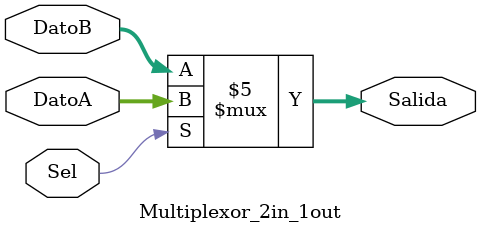
<source format=v>
`timescale 1ns / 1ps
module Multiplexor_2in_1out #(parameter DB = 16)(DatoA, DatoB, Sel, Salida
    );

    input [DB-1:0] DatoA;
    input [DB-1:0] DatoB;
    input Sel;
    output reg [DB-1:0] Salida = 0;

always @(*)
begin
	if(Sel == 1)
		begin
			Salida = DatoA;
		end
	else
		begin
			Salida = DatoB;
		end
end

endmodule

</source>
